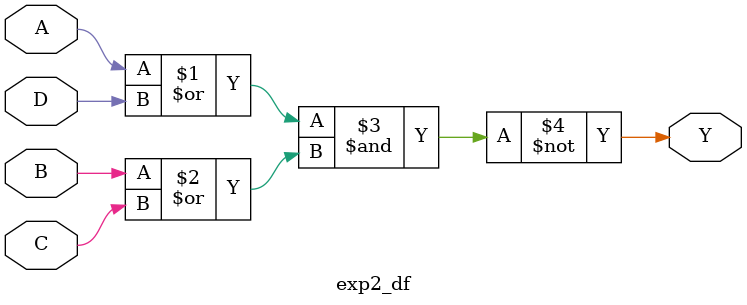
<source format=v>
`timescale 1ns / 1ps


module exp2_df(A, B, C, D, Y);
input A;
input B;
input C;
input D;
output Y;
assign Y = ~((A | D) & (B | C));
endmodule

</source>
